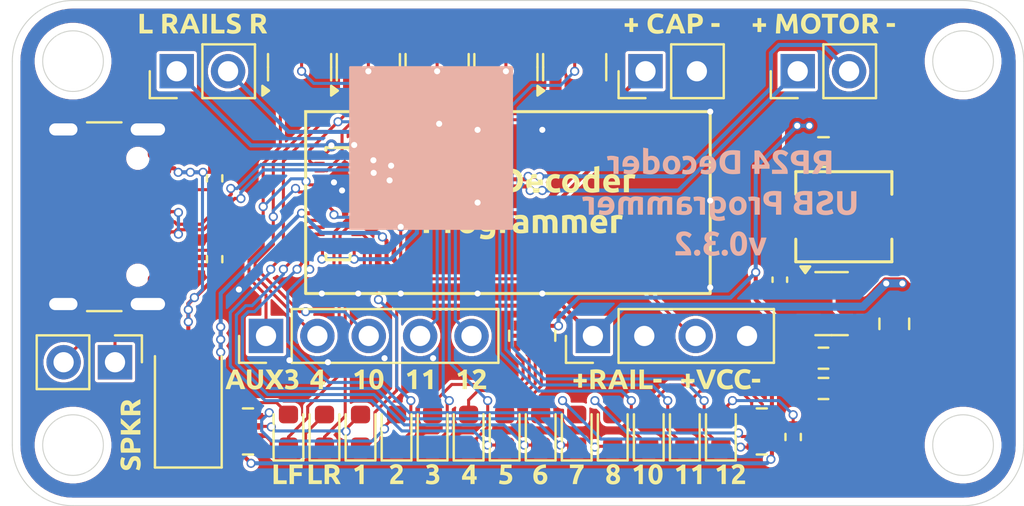
<source format=kicad_pcb>
(kicad_pcb (version 20241229) (generator "pcbnew") (generator_version "9.0")
  (title_block (date "2025-06-21") (rev "v0.3.2"))
  (layers (0 "F.Cu" signal) (2 "B.Cu" signal) (13 "F.Paste" user) (15 "B.Paste" user) (5 "F.SilkS" user "F.Silkscreen") (7 "B.SilkS" user "B.Silkscreen") (1 "F.Mask" user) (3 "B.Mask" user) (25 "Edge.Cuts" user))
  (net 0 "")
  (net 1 "VDC")
  (net 2 "+5V")
  (net 3 "/LAMP_FRONT")
  (net 4 "Net-(D2-A)")
  (net 5 "Net-(D3-A)")
  (net 6 "/LAMP_REAR")
  (net 7 "/AUX1")
  (net 8 "Net-(D4-A)")
  (net 9 "Net-(D5-A)")
  (net 10 "/AUX2")
  (net 11 "/AUX5")
  (net 12 "/AUX6")
  (net 13 "Net-(D7-A)")
  (net 14 "/AUX7")
  (net 15 "Net-(D8-A)")
  (net 16 "Net-(D9-A)")
  (net 17 "/AUX8")
  (net 18 "Net-(D12-A)")
  (net 19 "Net-(U1-BS)")
  (net 20 "/TRACK_LEFT")
  (net 21 "/TRACK_RIGHT")
  (net 22 "/D+")
  (net 23 "/D-")
  (net 24 "/AUX3")
  (net 25 "/MOTOR_B")
  (net 26 "GND")
  (net 27 "/MOTOR_A")
  (net 28 "VCC")
  (net 29 "/CAP+")
  (net 30 "/AUX10")
  (net 31 "/AUX12")
  (net 32 "/AUX11")
  (net 33 "/AUX4")
  (net 36 "Net-(P1-CC2)")
  (net 37 "Net-(P1-CC1)")
  (net 38 "Net-(D14-A)")
  (net 39 "Net-(D1-A)")
  (net 40 "Net-(D6-K)")
  (net 41 "Net-(D10-A)")
  (net 42 "Net-(D11-K)")
  (net 43 "Net-(D12-K)")
  (net 44 "Net-(D5-K)")
  (net 45 "Net-(D6-A)")
  (net 46 "Net-(D11-A)")
  (net 47 "VBUS")
  (net 48 "/SW")
  (net 49 "Net-(D14-K)")
  (net 50 "Net-(U1-FB)")
  (footprint "Connector_PinHeader_2.54mm:PinHeader_1x05_P2.54mm_Vertical" (layer "F.Cu") (at 138.04 116.1 90)
    (property "Reference" "J6" (hide yes))
    (property "Value" "AUX" (hide yes))
  )
  (footprint "LED_SMD:LED_0603_1608Metric" (layer "F.Cu") (at 156.96296 120.775 90)
    (property "Reference" "D11" (hide yes))
    (property "Value" "WHITE_LED" (hide yes))
  )
  (footprint "rp24-usb-tester:CONN-SMD_24P-P0.35_5050702422" (layer "F.Cu") (at 141.6 109.5 -90)
    (property "Reference" "J4" (hide yes))
    (property "Value" "505070-2422" (hide yes))
  )
  (footprint "Package_TO_SOT_SMD:SOT-23" (layer "F.Cu") (at 139.7 102.8 90)
    (property "Reference" "Q1" (hide yes))
    (property "Value" "SS8050" (hide yes))
  )
  (footprint "Connector_PinHeader_2.54mm:PinHeader_1x02_P2.54mm_Vertical" (layer "F.Cu") (at 133.625 103 90)
    (property "Reference" "J5" (hide yes))
    (property "Value" "RAILS" (hide yes))
  )
  (footprint "Connector_PinHeader_2.54mm:PinHeader_1x02_P2.54mm_Vertical" (layer "F.Cu") (at 164.325 103 90)
    (property "Reference" "J7" (hide yes))
    (property "Value" "MOTOR" (hide yes))
  )
  (footprint "LED_SMD:LED_0603_1608Metric" (layer "F.Cu") (at 148.05648 120.775 90)
    (property "Reference" "D6" (hide yes))
    (property "Value" "WHITE_LED" (hide yes))
  )
  (footprint "Resistor_SMD:R_0603_1608Metric" (layer "F.Cu") (at 165.6 117.2)
    (property "Reference" "R3" (hide yes))
    (property "Value" "110K" (hide yes))
  )
  (footprint "Resistor_SMD:R_Array_Concave_4x0402" (layer "F.Cu") (at 137.15 120.825)
    (property "Reference" "RN1" (hide yes))
    (property "Value" "220R" (hide yes))
  )
  (footprint "LED_SMD:LED_0603_1608Metric" (layer "F.Cu") (at 146.275184 120.775 90)
    (property "Reference" "D5" (hide yes))
    (property "Value" "WHITE_LED" (hide yes))
  )
  (footprint "LED_SMD:LED_0603_1608Metric" (layer "F.Cu") (at 158.744256 120.775 90)
    (property "Reference" "D12" (hide yes))
    (property "Value" "WHITE_LED" (hide yes))
  )
  (footprint "Diode_SMD:D_SMA" (layer "F.Cu") (at 134.2 119.1 90)
    (property "Reference" "D13" (hide yes))
    (property "Value" "SS34" (hide yes))
  )
  (footprint "Package_TO_SOT_SMD:SOT-23" (layer "F.Cu") (at 149.9 102.8 90)
    (property "Reference" "Q4" (hide yes))
    (property "Value" "SS8050" (hide yes))
  )
  (footprint "Resistor_SMD:R_0402_1005Metric" (layer "F.Cu") (at 135.5 112.3 90)
    (property "Reference" "R2" (hide yes))
    (property "Value" "5.1K" (hide yes))
  )
  (footprint "Package_TO_SOT_SMD:SOT-23" (layer "F.Cu") (at 143.1 102.8 90)
    (property "Reference" "Q2" (hide yes))
    (property "Value" "SS8050" (hide yes))
  )
  (footprint "Package_TO_SOT_SMD:SOT-23" (layer "F.Cu") (at 146.5 102.8 90)
    (property "Reference" "Q3" (hide yes))
    (property "Value" "SS8050" (hide yes))
  )
  (footprint "LED_SMD:LED_0603_1608Metric" (layer "F.Cu") (at 149.837776 120.775 90)
    (property "Reference" "D7" (hide yes))
    (property "Value" "WHITE_LED" (hide yes))
  )
  (footprint "LED_SMD:LED_0603_1608Metric" (layer "F.Cu") (at 139.15 120.775 90)
    (property "Reference" "D1" (hide yes))
    (property "Value" "WHITE_LED" (hide yes))
  )
  (footprint "Package_TO_SOT_SMD:SOT-23-6" (layer "F.Cu") (at 166 114.5)
    (property "Reference" "U1" (hide yes))
    (property "Value" "MT2492" (hide yes))
  )
  (footprint "LED_SMD:LED_0603_1608Metric" (layer "F.Cu") (at 144.493888 120.775 90)
    (property "Reference" "D4" (hide yes))
    (property "Value" "WHITE_LED" (hide yes))
  )
  (footprint "Capacitor_SMD:C_0805_2012Metric" (layer "F.Cu") (at 165.6 107)
    (property "Reference" "C3" (hide yes))
    (property "Value" "22uF" (hide yes))
  )
  (footprint "Resistor_SMD:R_0402_1005Metric" (layer "F.Cu") (at 135.5 108.3 90)
    (property "Reference" "R1" (hide yes))
    (property "Value" "5.1K" (hide yes))
  )
  (footprint "Connector_PinHeader_2.54mm:PinHeader_1x02_P2.54mm_Vertical" (layer "F.Cu") (at 130.575 117.4 -90)
    (property "Reference" "J1" (hide yes))
    (property "Value" "SPEAKER" (hide yes))
  )
  (footprint "Resistor_SMD:R_Array_Concave_4x0402" (layer "F.Cu") (at 162.55 120.825 180)
    (property "Reference" "RN3" (hide yes))
    (property "Value" "220R" (hide yes))
  )
  (footprint "Capacitor_SMD:C_0402_1005Metric" (layer "F.Cu") (at 163.441172 113.316153 90)
    (property "Reference" "C2" (hide yes))
    (property "Value" "22nF" (hide yes))
  )
  (footprint "LED_SMD:LED_0603_1608Metric" (layer "F.Cu") (at 140.931296 120.775 90)
    (property "Reference" "D2" (hide yes))
    (property "Value" "WHITE_LED" (hide yes))
  )
  (footprint "Connector_USB:USB_C_Receptacle_GCT_USB4105-xx-A_16P_TopMnt_Horizontal" (layer "F.Cu") (at 129.095 110.2 -90)
    (property "Reference" "P1" (hide yes))
    (property "Value" "USB_C_Receptacle_USB2.0_16P" (hide yes))
  )
  (footprint "LED_SMD:LED_0603_1608Metric" (layer "F.Cu") (at 142.712592 120.775 90)
    (property "Reference" "D3" (hide yes))
    (property "Value" "WHITE_LED" (hide yes))
  )
  (footprint "rp24-usb-tester:IND-SMD_L4.6-W4.2_SMMS0420" (layer "F.Cu") (at 166.6 110.2)
    (property "Reference" "L1" (hide yes))
    (property "Value" "22uH" (hide yes))
  )
  (footprint "Connector_PinHeader_2.54mm:PinHeader_1x02_P2.54mm_Vertical" (layer "F.Cu") (at 156.8 103 90)
    (property "Reference" "J3" (hide yes))
    (property "Value" "EXT_CAP" (hide yes))
  )
  (footprint "Package_TO_SOT_SMD:SOT-23" (layer "F.Cu") (at 153.3 102.8 90)
    (property "Reference" "Q5" (hide yes))
    (property "Value" "SS8050" (hide yes))
  )
  (footprint "LED_SMD:LED_0603_1608Metric" (layer "F.Cu") (at 160.525556 120.775 90)
    (property "Reference" "D14" (hide yes))
    (property "Value" "WHITE_LED" (hide yes))
  )
  (footprint "Resistor_SMD:R_0402_1005Metric" (layer "F.Cu") (at 164.1 121.1 90)
    (property "Reference" "R5" (hide yes))
    (property "Value" "100R" (hide yes))
  )
  (footprint "Resistor_SMD:R_Array_Concave_4x0402" (layer "F.Cu") (at 151.2 116.089478 -90)
    (property "Reference" "RN2" (hide yes))
    (property "Value" "220R" (hide yes))
  )
  (footprint "Capacitor_SMD:C_0805_2012Metric" (layer "F.Cu") (at 169.1 115.5 -90)
    (property "Reference" "C1" (hide yes))
    (property "Value" "22uF" (hide yes))
  )
  (footprint "LED_SMD:LED_0603_1608Metric" (layer "F.Cu") (at 151.619072 120.775 90)
    (property "Reference" "D8" (hide yes))
    (property "Value" "WHITE_LED" (hide yes))
  )
  (footprint "Resistor_SMD:R_0603_1608Metric" (layer "F.Cu") (at 165.6 118.7)
    (property "Reference" "R4" (hide yes))
    (property "Value" "15K" (hide yes))
  )
  (footprint "LED_SMD:LED_0603_1608Metric" (layer "F.Cu") (at 155.181664 120.775 90)
    (property "Reference" "D10" (hide yes))
    (property "Value" "WHITE_LED" (hide yes))
  )
  (footprint "LED_SMD:LED_0603_1608Metric" (layer "F.Cu") (at 153.400368 120.775 90)
    (property "Reference" "D9" (hide yes))
    (property "Value" "WHITE_LED" (hide yes))
  )
  (footprint "Connector_PinHeader_2.54mm:PinHeader_1x04_P2.54mm_Vertical" (layer "F.Cu") (at 154.2 116.1 90)
    (property "Reference" "J2" (hide yes))
    (property "Value" "POWER" (hide yes))
  )
  (gr_rect (start 140 105) (end 160 114) (stroke (width 0.15)) (fill no) (layer "F.SilkS"))
  (gr_rect (start 142.2 102.8) (end 150.2 110.8) (stroke (width 0.1)) (fill yes) (layer "B.SilkS"))
  (gr_arc (start 172.5 99.5) (mid 174.62132 100.37868) (end 175.5 102.5) (stroke (width 0.05)) (layer "Edge.Cuts"))
  (gr_line (start 175.5 102.5) (end 175.5 121.5) (stroke (width 0.05)) (layer "Edge.Cuts"))
  (gr_line (start 128.5 124.5) (end 172.5 124.5) (stroke (width 0.05)) (layer "Edge.Cuts"))
  (gr_arc (start 128.5 124.5) (mid 126.37868 123.62132) (end 125.5 121.5) (stroke (width 0.05)) (layer "Edge.Cuts"))
  (gr_circle (center 172.5 121.5) (end 174 121.5) (stroke (width 0.05)) (fill no) (layer "Edge.Cuts"))
  (gr_circle (center 172.5 102.5) (end 174 102.5) (stroke (width 0.05)) (fill no) (layer "Edge.Cuts"))
  (gr_line (start 125.5 102.5) (end 125.5 121.5) (stroke (width 0.05)) (layer "Edge.Cuts"))
  (gr_arc (start 125.5 102.5) (mid 126.37868 100.37868) (end 128.5 99.5) (stroke (width 0.05)) (layer "Edge.Cuts"))
  (gr_arc (start 175.5 121.5) (mid 174.62132 123.62132) (end 172.5 124.5) (stroke (width 0.05)) (layer "Edge.Cuts"))
  (gr_circle (center 128.5 102.5) (end 128.5 101) (stroke (width 0.05)) (fill no) (layer "Edge.Cuts"))
  (gr_line (start 172.5 99.5) (end 128.5 99.5) (stroke (width 0.05)) (layer "Edge.Cuts"))
  (gr_circle (center 128.5 121.5) (end 130 121.5) (stroke (width 0.05)) (fill no) (layer "Edge.Cuts"))
  (gr_text "+ CAP -" (at 158.1 101.3 0) (layer "F.SilkS") (effects (font (size 1 1) (thickness 0.2) (bold yes)) (justify bottom)))
  (gr_text "11" (at 159 123.6 0) (layer "F.SilkS") (effects (font (size 1 1) (thickness 0.2) (bold yes)) (justify bottom)))
  (gr_text "+VCC-" (at 160.5 118.9 0) (layer "F.SilkS") (effects (font (size 1 1) (thickness 0.2) (bold yes)) (justify bottom)))
  (gr_text "AUX3" (at 137.875 118.9 0) (layer "F.SilkS") (effects (font (size 1 1) (thickness 0.2) (bold yes)) (justify bottom)))
  (gr_text "LR" (at 140.9 123.6 0) (layer "F.SilkS") (effects (font (size 1 1) (thickness 0.2) (bold yes)) (justify bottom)))
  (gr_text "5" (at 149.9 123.6 0) (layer "F.SilkS") (effects (font (size 1 1) (thickness 0.2) (bold yes)) (justify bottom)))
  (gr_text "10" (at 156.9 123.6 0) (layer "F.SilkS") (effects (font (size 1 1) (thickness 0.2) (bold yes)) (justify bottom)))
  (gr_text "SPKR" (at 132 121 90) (layer "F.SilkS") (effects (font (size 1 1) (thickness 0.2) (bold yes)) (justify bottom)))
  (gr_text "8" (at 155.2 123.6 0) (layer "F.SilkS") (effects (font (size 1 1) (thickness 0.2) (bold yes)) (justify bottom)))
  (gr_text "RP24 Decoder\nProgrammer" (at 150.7 109.5 0) (layer "F.SilkS") (effects (font (size 1.2 1.2) (thickness 0.2) (bold yes))))
  (gr_text "LF" (at 139.1 123.6 0) (layer "F.SilkS") (effects (font (size 1 1) (thickness 0.2) (bold yes)) (justify bottom)))
  (gr_text "L RAILS R" (at 134.9 101.3 0) (layer "F.SilkS") (effects (font (size 1 1) (thickness 0.2) (bold yes)) (justify bottom)))
  (gr_text "6" (at 151.6 123.6 0) (layer "F.SilkS") (effects (font (size 1 1) (thickness 0.2) (bold yes)) (justify bottom)))
  (gr_text "12" (at 161 123.6 0) (layer "F.SilkS") (effects (font (size 1 1) (thickness 0.2) (bold yes)) (justify bottom)))
  (gr_text "7" (at 153.4 123.6 0) (layer "F.SilkS") (effects (font (size 1 1) (thickness 0.2) (bold yes)) (justify bottom)))
  (gr_text "+ MOTOR -" (at 165.6 101.3 0) (layer "F.SilkS") (effects (font (size 1 1) (thickness 0.2) (bold yes)) (justify bottom)))
  (gr_text "2" (at 144.5 123.6 0) (layer "F.SilkS") (effects (font (size 1 1) (thickness 0.2) (bold yes)) (justify bottom)))
  (gr_text "+RAIL-" (at 155.4 118.9 0) (layer "F.SilkS") (effects (font (size 1 1) (thickness 0.2) (bold yes)) (justify bottom)))
  (gr_text "4" (at 140.6 118.9 0) (layer "F.SilkS") (effects (font (size 1 1) (thickness 0.2) (bold yes)) (justify bottom)))
  (gr_text "3" (at 146.3 123.6 0) (layer "F.SilkS") (effects (font (size 1 1) (thickness 0.2) (bold yes)) (justify bottom)))
  (gr_text "10" (at 143.1 118.9 0) (layer "F.SilkS") (effects (font (size 1 1) (thickness 0.2) (bold yes)) (justify bottom)))
  (gr_text "1" (at 142.7 123.6 0) (layer "F.SilkS") (effects (font (size 1 1) (thickness 0.2) (bold yes)) (justify bottom)))
  (gr_text "11" (at 145.7 118.9 0) (layer "F.SilkS") (effects (font (size 1 1) (thickness 0.2) (bold yes)) (justify bottom)))
  (gr_text "12" (at 148.2 118.9 0) (layer "F.SilkS") (effects (font (size 1 1) (thickness 0.2) (bold yes)) (justify bottom)))
  (gr_text "4" (at 148.1 123.6 0) (layer "F.SilkS") (effects (font (size 1 1) (thickness 0.2) (bold yes)) (justify bottom)))
  (gr_text "RP24 Decoder\nUSB Programmer\n${REVISION}" (at 160.5 109.6 0) (layer "B.SilkS") (effects (font (size 1.2 1.2) (thickness 0.2) (bold yes)) (justify mirror)))
  (segment (start 135.8 116.9) (end 135.8 116.274997) (width 0.2) (layer "F.Cu") (net 1))
  (segment (start 144 112.5) (end 146.1 114.6) (width 0.2) (layer "F.Cu") (net 1))
  (segment (start 140.692 110.025) (end 139.8 110.025) (width 0.2) (layer "F.Cu") (net 1))
  (segment (start 143.8 111.2) (end 144 111.4) (width 0.2) (layer "F.Cu") (net 1))
  (segment (start 135.8 116.274997) (end 135.8 115.649994) (width 0.2) (layer "F.Cu") (net 1))
  (segment (start 134.2 121.1) (end 135.8 119.5) (width 0.2) (layer "F.Cu") (net 1))
  (segment (start 135.8 119.5) (end 135.8 116.9) (width 0.2) (layer "F.Cu") (net 1))
  (segment (start 167.1375 115.45) (end 167.1375 114.5) (width 0.15) (layer "F.Cu") (net 1))
  (segment (start 146.1 114.6) (end 152.7 114.6) (width 0.2) (layer "F.Cu") (net 1))
  (segment (start 144 111.4) (end 144 112.5) (width 0.2) (layer "F.Cu") (net 1))
  (segment (start 152.7 114.6) (end 154.2 116.1) (width 0.2) (layer "F.Cu") (net 1))
  (via (at 143.8 111.2) (size 0.45) (drill 0.3) (layers "F.Cu" "B.Cu") (net 1))
  (via (at 169.5 113.5) (size 0.45) (drill 0.3) (layers "F.Cu" "B.Cu") (net 1))
  (via (at 168.7 113.5) (size 0.45) (drill 0.3) (layers "F.Cu" "B.Cu") (net 1))
  (via (at 135.8 115.649994) (size 0.45) (drill 0.3) (layers "F.Cu" "B.Cu") (net 1))
  (via (at 135.8 116.9) (size 0.45) (drill 0.3) (layers "F.Cu" "B.Cu") (net 1))
  (via (at 139.8 110.025) (size 0.45) (drill 0.3) (layers "F.Cu" "B.Cu") (net 1))
  (via (at 135.8 116.274997) (size 0.45) (drill 0.3) (layers "F.Cu" "B.Cu") (net 1))
  (segment (start 143.6 111) (end 140.775 111) (width 0.2) (layer "B.Cu") (net 1))
  (segment (start 155.65 114.65) (end 154.2 116.1) (width 0.4) (layer "B.Cu") (net 1))
  (segment (start 168.7 113.5) (end 167.55 114.65) (width 0.4) (layer "B.Cu") (net 1))
  (segment (start 135.8 116.9) (end 135.8 115.649994) (width 0.2) (layer "B.Cu") (net 1))
  (segment (start 169.5 113.5) (end 168.7 113.5) (width 0.4) (layer "B.Cu") (net 1))
  (segment (start 167.55 114.65) (end 155.65 114.65) (width 0.4) (layer "B.Cu") (net 1))
  (segment (start 140.775 111) (end 139.8 110.025) (width 0.2) (layer "B.Cu") (net 1))
  (segment (start 135.8 113.992893) (end 139.767893 110.025) (width 0.2) (layer "B.Cu") (net 1))
  (segment (start 143.8 111.2) (end 143.6 111) (width 0.2) (layer "B.Cu") (net 1))
  (segment (start 139.767893 110.025) (end 139.8 110.025) (width 0.2) (layer "B.Cu") (net 1))
  (segment (start 135.8 115.649994) (end 135.8 113.992893) (width 0.2) (layer "B.Cu") (net 1))
  (segment (start 152.5 115.6) (end 151.960522 115.6) (width 0.2) (layer "F.Cu") (net 2))
  (segment (start 164.065 121.575) (end 164.1 121.61) (width 0.2) (layer "F.Cu") (net 2))
  (segment (start 163.35 117.2) (end 163.05 116.9) (width 0.15) (layer "F.Cu") (net 2))
  (segment (start 163 122.2) (end 163.05 122.15) (width 0.2) (layer "F.Cu") (net 2))
  (segment (start 164.775 117.2) (end 163.35 117.2) (width 0.15) (layer "F.Cu") (net 2))
  (segment (start 150.45 115.589478) (end 151.95 115.589478) (width 0.2) (layer "F.Cu") (net 2))
  (segment (start 162.25 114.310202) (end 163.05 115.110202) (width 0.2) (layer "F.Cu") (net 2))
  (segment (start 136.65 121.575) (end 136.65 120.075) (width 0.2) (layer "F.Cu") (net 2))
  (segment (start 163.05 116.9) (end 163.05 120.075) (width 0.2) (layer "F.Cu") (net 2))
  (segment (start 163.05 122.15) (end 163.05 121.575) (width 0.2) (layer "F.Cu") (net 2))
  (segment (start 136.65 121.575) (end 136.65 121.75) (width 0.2) (layer "F.Cu") (net 2))
  (segment (start 163.05 121.575) (end 163.05 120.075) (width 0.2) (layer "F.Cu") (net 2))
  (segment (start 163.05 115.110202) (end 163.05 116.9) (width 0.2) (layer "F.Cu") (net 2))
  (segment (start 162.25 112.95) (end 162.25 114.310202) (width 0.2) (layer "F.Cu") (net 2))
  (segment (start 136.65 121.75) (end 137.3 122.4) (width 0.2) (layer "F.Cu") (net 2))
  (segment (start 163.05 121.575) (end 164.065 121.575) (width 0.2) (layer "F.Cu") (net 2))
  (via (at 164.3 105.7) (size 0.45) (drill 0.3) (layers "F.Cu" "B.Cu") (net 2))
  (via (at 152.5 115.6) (size 0.45) (drill 0.3) (layers "F.Cu" "B.Cu") (net 2))
  (via (at 163 122.2) (size 0.45) (drill 0.3) (layers "F.Cu" "B.Cu") (net 2))
  (via (at 162.25 112.95) (size 0.45) (drill 0.3) (layers "F.Cu" "B.Cu") (net 2))
  (via (at 137.3 122.4) (size 0.45) (drill 0.3) (layers "F.Cu" "B.Cu") (net 2))
  (via (at 164.9 105.7) (size 0.45) (drill 0.3) (layers "F.Cu" "B.Cu") (net 2))
  (segment (start 162.8 122.4) (end 163 122.2) (width 0.2) (layer "B.Cu") (net 2))
  (segment (start 164.3 105.7) (end 164.9 105.7) (width 0.2) (layer "B.Cu") (net 2))
  (segment (start 152.5 115.2) (end 152.5 115.6) (width 0.2) (layer "B.Cu") (net 2))
  (segment (start 153.5 114.2) (end 152.5 115.2) (width 0.2) (layer "B.Cu") (net 2))
  (segment (start 162.25 107.75) (end 162.25 112.95) (width 0.2) (layer "B.Cu") (net 2))
  (segment (start 164.3 105.7) (end 162.25 107.75) (width 0.2) (layer "B.Cu") (net 2))
  (segment (start 162.25 112.95) (end 161 114.2) (width 0.2) (layer "B.Cu") (net 2))
  (segment (start 161 114.2) (end 153.5 114.2) (width 0.2) (layer "B.Cu") (net 2))
  (segment (start 137.3 122.4) (end 162.8 122.4) (width 0.2) (layer "B.Cu") (net 2))
  (segment (start 141.655 118.045) (end 140.1 119.6) (width 0.15) (layer "F.Cu") (net 3))
  (segment (start 141.4 110.975736) (end 141.4 112.724264) (width 0.15) (layer "F.Cu") (net 3))
  (segment (start 142.507 110.375) (end 142.000736 110.375) (width 0.15) (layer "F.Cu") (net 3))
  (segment (start 141.655 112.979264) (end 141.655 118.045) (width 0.15) (layer "F.Cu") (net 3))
  (segment (start 142.000736 110.375) (end 141.4 110.975736) (width 0.15) (layer "F.Cu") (net 3))
  (segment (start 139.15 121.096118) (end 139.15 121.5625) (width 0.15) (layer "F.Cu") (net 3))
  (segment (start 141.4 112.724264) (end 141.655 112.979264) (width 0.15) (layer "F.Cu") (net 3))
  (segment (start 140.1 120.146118) (end 139.15 121.096118) (width 0.15) (layer "F.Cu") (net 3))
  (segment (start 140.1 119.6) (end 140.1 120.146118) (width 0.15) (layer "F.Cu") (net 3))
  (segment (start 137.65 121.075) (end 138.05 121.075) (width 0.15) (layer "F.Cu") (net 4))
  (segment (start 138.625 122.225) (end 139.596118 122.225) (width 0.15) (layer "F.Cu") (net 4))
  (segment (start 138.3 121.325) (end 138.3 121.9) (width 0.15) (layer "F.Cu") (net 4))
  (segment (start 140 121.821118) (end 140 120.918796) (width 0.15) (layer "F.Cu") (net 4))
  (segment (start 138.05 121.075) (end 138.3 121.325) (width 0.15) (layer "F.Cu") (net 4))
  (segment (start 138.3 121.9) (end 138.625 122.225) (width 0.15) (layer "F.Cu") (net 4))
  (segment (start 140 120.918796) (end 140.931296 119.9875) (width 0.15) (layer "F.Cu") (net 4))
  (segment (start 139.596118 122.225) (end 140 121.821118) (width 0.15) (layer "F.Cu") (net 4))
  (segment (start 137.65 120.575) (end 138.275 120.575) (width 0.15) (layer "F.Cu") (net 5))
  (segment (start 142 120.700092) (end 142.712592 119.9875) (width 0.15) (layer "F.Cu") (net 5))
  (segment (start 138.275 120.575) (end 138.3 120.6) (width 0.15) (layer "F.Cu") (net 5))
  (segment (start 142 120.825) (end 142 120.700092) (width 0.15) (layer "F.Cu") (net 5))
  (via (at 138.3 120.6) (size 0.45) (drill 0.3) (layers "F.Cu" "B.Cu") (net 5))
  (via (at 142 120.825) (size 0.45) (drill 0.3) (layers "F.Cu" "B.Cu") (net 5))
  (segment (start 141.975 120.8) (end 138.5 120.8) (width 0.15) (layer "B.Cu") (net 5))
  (segment (start 142 120.825) (end 141.975 120.8) (width 0.15) (layer "B.Cu") (net 5))
  (segment (start 138.5 120.8) (end 138.3 120.6) (width 0.15) (layer "B.Cu") (net 5))
  (segment (start 140.931296 121.096118) (end 140.931296 121.5625) (width 0.15) (layer "F.Cu") (net 6))
  (segment (start 142.507 110.725) (end 142.075 110.725) (width 0.15) (layer "F.Cu") (net 6))
  (segment (start 141.7 111.1) (end 141.7 112.6) (width 0.15) (layer "F.Cu") (net 6))
  (segment (start 141.955 112.855) (end 141.955 120.072414) (width 0.15) (layer "F.Cu") (net 6))
  (segment (start 141.7 112.6) (end 141.955 112.855) (width 0.15) (layer "F.Cu") (net 6))
  (segment (start 142.075 110.725) (end 141.7 111.1) (width 0.15) (layer "F.Cu") (net 6))
  (segment (start 141.955 120.072414) (end 140.931296 121.096118) (width 0.15) (layer "F.Cu") (net 6))
  (segment (start 143.425 121.150092) (end 143.012592 121.5625) (width 0.15) (layer "F.Cu") (net 7))
  (segment (start 142.826623 111.075) (end 143.2 111.448377) (width 0.15) (layer "F.Cu") (net 7))
  (segment (start 143.425 119.875) (end 143.425 121.150092) (width 0.15) (layer "F.Cu") (net 7))
  (segment (start 144.5 114.528248) (end 144.5 118.8) (width 0.15) (layer "F.Cu") (net 7))
  (segment (start 143.2 111.448377) (end 143.2 113.228248) (width 0.15) (layer "F.Cu") (net 7))
  (segment (start 143.2 113.228248) (end 144.5 114.528248) (width 0.15) (layer "F.Cu") (net 7))
  (segment (start 142.507 111.075) (end 142.826623 111.075) (width 0.15) (layer "F.Cu") (net 7))
  (segment (start 144.5 118.8) (end 143.425 119.875) (width 0.15) (layer "F.Cu") (net 7))
  (segment (start 138.025 120.075) (end 138.2 119.9) (width 0.15) (layer "F.Cu") (net 8))
  (segment (start 143.9 120.7) (end 143.9 120.581388) (width 0.15) (layer "F.Cu") (net 8))
  (segment (start 143.9 120.581388) (end 144.493888 119.9875) (width 0.15) (layer "F.Cu") (net 8))
  (segment (start 137.65 120.075) (end 138.025 120.075) (width 0.15) (layer "F.Cu") (net 8))
  (via (at 138.2 119.9) (size 0.45) (drill 0.3) (layers "F.Cu" "B.Cu") (net 8))
  (via (at 143.9 120.7) (size 0.45) (drill 0.3) (layers "F.Cu" "B.Cu") (net 8))
  (segment (start 138.2 119.9) (end 137.825 120.275) (width 0.15) (layer "B.Cu") (net 8))
  (segment (start 138.328248 121.3) (end 143.3 121.3) (width 0.15) (layer "B.Cu") (net 8))
  (segment (start 143.3 121.3) (end 143.9 120.7) (width 0.15) (layer "B.Cu") (net 8))
  (segment (start 137.825 120.275) (end 137.825 120.796752) (width 0.15) (layer "B.Cu") (net 8))
  (segment (start 137.825 120.796752) (end 138.328248 121.3) (width 0.15) (layer "B.Cu") (net 8))
  (segment (start 147.228248 118.5) (end 150.451472 118.5) (width 0.15) (layer "F.Cu") (net 9))
  (segment (start 150.45 117.06) (end 150.45 116.589478) (width 0.15) (layer "F.Cu") (net 9))
  (segment (start 150.75 118.201472) (end 150.75 117.36) (width 0.15) (layer "F.Cu") (net 9))
  (segment (start 146.275184 119.453064) (end 147.228248 118.5) (width 0.15) (layer "F.Cu") (net 9))
  (segment (start 146.275184 119.9875) (end 146.275184 119.453064) (width 0.15) (layer "F.Cu") (net 9))
  (segment (start 150.75 117.36) (end 150.45 117.06) (width 0.15) (layer "F.Cu") (net 9))
  (segment (start 150.451472 118.5) (end 150.75 118.201472) (width 0.15) (layer "F.Cu") (net 9))
  (segment (start 145.2 120.856388) (end 144.493888 121.5625) (width 0.15) (layer "F.Cu") (net 10))
  (segment (start 143.6 114.052512) (end 142.9 113.352512) (width 0.15) (layer "F.Cu") (net 10))
  (segment (start 145.2 119.3) (end 145.2 120.856388) (width 0.15) (layer "F.Cu") (net 10))
  (segment (start 143.6 114.3) (end 143.6 114.052512) (width 0.15) (layer "F.Cu") (net 10))
  (segment (start 142.9 113.352512) (end 142.9 111.6) (width 0.15) (layer "F.Cu") (net 10))
  (segment (start 142.9 111.6) (end 142.725 111.425) (width 0.15) (layer "F.Cu") (net 10))
  (segment (start 142.725 111.425) (end 142.507 111.425) (width 0.15) (layer "F.Cu") (net 10))
  (via (at 143.6 114.3) (size 0.45) (drill 0.3) (layers "F.Cu" "B.Cu") (net 10))
  (via (at 145.2 119.3) (size 0.45) (drill 0.3) (layers "F.Cu" "B.Cu") (net 10))
  (segment (start 144.5 118.6) (end 144.5 115.2) (width 0.15) (layer "B.Cu") (net 10))
  (segment (start 144.5 115.2) (end 143.6 114.3) (width 0.15) (layer "B.Cu") (net 10))
  (segment (start 145.2 119.3) (end 144.5 118.6) (width 0.15) (layer "B.Cu") (net 10))
  (segment (start 138.274997 112.8) (end 138.274997 112.753251) (width 0.15) (layer "F.Cu") (net 11))
  (segment (start 138.274997 112.753251) (end 139.2 111.828248) (width 0.15) (layer "F.Cu") (net 11))
  (segment (start 140.121752 110.375) (end 140.692 110.375) (width 0.15) (layer "F.Cu") (net 11))
  (segment (start 139.2 111.296752) (end 140.121752 110.375) (width 0.15) (layer "F.Cu") (net 11))
  (segment (start 139.2 111.828248) (end 139.2 111.296752) (width 0.15) (layer "F.Cu") (net 11))
  (segment (start 149 121.5) (end 149.775276 121.5) (width 0.15) (layer "F.Cu") (net 11))
  (via (at 138.274997 112.8) (size 0.45) (drill 0.3) (layers "F.Cu" "B.Cu") (net 11))
  (via (at 149 121.5) (size 0.45) (drill 0.3) (layers "F.Cu" "B.Cu") (net 11))
  (segment (start 143.255456 119.3) (end 144.755456 120.8) (width 0.15) (layer "B.Cu") (net 11))
  (segment (start 138.274997 112.925003) (end 136.913234 114.286766) (width 0.15) (layer "B.Cu") (net 11))
  (segment (start 136.913234 114.3) (end 136.275 114.938234) (width 0.15) (layer "B.Cu") (net 11))
  (segment (start 138.274997 112.8) (end 138.274997 112.925003) (width 0.15) (layer "B.Cu") (net 11))
  (segment (start 144.755456 120.8) (end 148.3 120.8) (width 0.15) (layer "B.Cu") (net 11))
  (segment (start 136.275 117.575) (end 138 119.3) (width 0.15) (layer "B.Cu") (net 11))
  (segment (start 136.913234 114.286766) (end 136.913234 114.3) (width 0.15) (layer "B.Cu") (net 11))
  (segment (start 136.275 114.938234) (end 136.275 117.575) (width 0.15) (layer "B.Cu") (net 11))
  (segment (start 148.3 120.8) (end 149 121.5) (width 0.15) (layer "B.Cu") (net 11))
  (segment (start 138 119.3) (end 143.255456 119.3) (width 0.15) (layer "B.Cu") (net 11))
  (segment (start 140.196016 110.725) (end 140.692 110.725) (width 0.15) (layer "F.Cu") (net 12))
  (segment (start 139.5 111.421016) (end 140.196016 110.725) (width 0.15) (layer "F.Cu") (net 12))
  (segment (start 150.8 121.5) (end 151.556572 121.5) (width 0.15) (layer "F.Cu") (net 12))
  (segment (start 139.5 112.2) (end 139.5 111.421016) (width 0.15) (layer "F.Cu") (net 12))
  (segment (start 138.9 112.8) (end 139.5 112.2) (width 0.15) (layer "F.Cu") (net 12))
  (via (at 150.8 121.5) (size 0.45) (drill 0.3) (layers "F.Cu" "B.Cu") (net 12))
  (via (at 138.9 112.8) (size 0.45) (drill 0.3) (layers "F.Cu" "B.Cu") (net 12))
  (segment (start 150.8 121.5) (end 149.8 120.5) (width 0.15) (layer "B.Cu") (net 12))
  (segment (start 136.575 117.450736) (end 136.575 115.062498) (width 0.15) (layer "B.Cu") (net 12))
  (segment (start 137.347488 114.6) (end 138.9 113.047488) (width 0.15) (layer "B.Cu") (net 12))
  (segment (start 143.37972 119) (end 138.124264 119) (width 0.15) (layer "B.Cu") (net 12))
  (segment (start 138.9 113.047488) (end 138.9 112.8) (width 0.15) (layer "B.Cu") (net 12))
  (segment (start 138.124264 119) (end 136.575 117.450736) (width 0.15) (layer "B.Cu") (net 12))
  (segment (start 137.037498 114.6) (end 137.347488 114.6) (width 0.15) (layer "B.Cu") (net 12))
  (segment (start 149.8 120.5) (end 144.87972 120.5) (width 0.15) (layer "B.Cu") (net 12))
  (segment (start 136.575 115.062498) (end 137.037498 114.6) (width 0.15) (layer "B.Cu") (net 12))
  (segment (start 144.87972 120.5) (end 143.37972 119) (width 0.15) (layer "B.Cu") (net 12))
  (segment (start 149.837776 119.962224) (end 151.35 118.45) (width 0.15) (layer "F.Cu") (net 13))
  (segment (start 151.35 118.45) (end 151.35 117.134869) (width 0.15) (layer "F.Cu") (net 13))
  (segment (start 151.35 117.134869) (end 151.45 117.034869) (width 0.15) (layer "F.Cu") (net 13))
  (segment (start 151.45 117.034869) (end 151.45 116.589478) (width 0.15) (layer "F.Cu") (net 13))
  (segment (start 139.725 112.649997) (end 139.725 112.603248) (width 0.15) (layer "F.Cu") (net 14))
  (segment (start 140.325 111.075) (end 140.692 111.075) (width 0.15) (layer "F.Cu") (net 14))
  (segment (start 139.8 111.6) (end 140.325 111.075) (width 0.15) (layer "F.Cu") (net 14))
  (segment (start 152.6 121.5) (end 153.337868 121.5) (width 0.15) (layer "F.Cu") (net 14))
  (segment (start 139.574997 112.8) (end 139.725 112.649997) (width 0.15) (layer "F.Cu") (net 14))
  (segment (start 139.725 112.603248) (end 139.8 112.528248) (width 0.15) (layer "F.Cu") (net 14))
  (segment (start 139.8 112.528248) (end 139.8 111.6) (width 0.15) (layer "F.Cu") (net 14))
  (via (at 152.6 121.5) (size 0.45) (drill 0.3) (layers "F.Cu" "B.Cu") (net 14))
  (via (at 139.574997 112.8) (size 0.45) (drill 0.3) (layers "F.Cu" "B.Cu") (net 14))
  (segment (start 137.161762 114.9) (end 136.875 115.186762) (width 0.15) (layer "B.Cu") (net 14))
  (segment (start 139.574997 112.8) (end 139.571752 112.8) (width 0.15) (layer "B.Cu") (net 14))
  (segment (start 137.471752 114.9) (end 137.161762 114.9) (width 0.15) (layer "B.Cu") (net 14))
  (segment (start 143.503984 118.7) (end 145.003984 120.2) (width 0.15) (layer "B.Cu") (net 14))
  (segment (start 138.248528 118.7) (end 143.503984 118.7) (width 0.15) (layer "B.Cu") (net 14))
  (segment (start 136.875 115.186762) (end 136.875 117.326472) (width 0.15) (layer "B.Cu") (net 14))
  (segment (start 145.003984 120.2) (end 151.3 120.2) (width 0.15) (layer "B.Cu") (net 14))
  (segment (start 139.571752 112.8) (end 137.471752 114.9) (width 0.15) (layer "B.Cu") (net 14))
  (segment (start 136.875 117.326472) (end 138.248528 118.7) (width 0.15) (layer "B.Cu") (net 14))
  (segment (start 151.3 120.2) (end 152.6 121.5) (width 0.15) (layer "B.Cu") (net 14))
  (segment (start 151.75 117.15) (end 151.95 116.95) (width 0.15) (layer "F.Cu") (net 15))
  (segment (start 151.75 117.159133) (end 151.75 117.15) (width 0.15) (layer "F.Cu") (net 15))
  (segment (start 151.95 116.95) (end 151.95 116.589478) (width 0.15) (layer "F.Cu") (net 15))
  (segment (start 151.3 118.924264) (end 151.65 118.574264) (width 0.15) (layer "F.Cu") (net 15))
  (segment (start 151.65 118.574264) (end 151.65 117.259133) (width 0.15) (layer "F.Cu") (net 15))
  (segment (start 151.3 119.668428) (end 151.3 118.924264) (width 0.15) (layer "F.Cu") (net 15))
  (segment (start 151.65 117.259133) (end 151.75 117.159133) (width 0.15) (layer "F.Cu") (net 15))
  (segment (start 161.5 121.6) (end 162.025 121.6) (width 0.15) (layer "F.Cu") (net 16))
  (segment (start 153.3875 119.9875) (end 152.7 119.3) (width 0.15) (layer "F.Cu") (net 16))
  (via (at 161.5 121.6) (size 0.45) (drill 0.3) (layers "F.Cu" "B.Cu") (net 16))
  (via (at 152.7 119.3) (size 0.45) (drill 0.3) (layers "F.Cu" "B.Cu") (net 16))
  (segment (start 152.7 119.3) (end 154.6 121.2) (width 0.15) (layer "B.Cu") (net 16))
  (segment (start 154.6 121.2) (end 161.028248 121.2) (width 0.15) (layer "B.Cu") (net 16))
  (segment (start 161.028248 121.2) (end 161.428248 121.6) (width 0.15) (layer "B.Cu") (net 16))
  (segment (start 161.428248 121.6) (end 161.5 121.6) (width 0.15) (layer "B.Cu") (net 16))
  (segment (start 140.1 111.724264) (end 140.399264 111.425) (width 0.15) (layer "F.Cu") (net 17))
  (segment (start 140.2 112.8) (end 140.1 112.7) (width 0.15) (layer "F.Cu") (net 17))
  (segment (start 140.399264 111.425) (end 140.692 111.425) (width 0.15) (layer "F.Cu") (net 17))
  (segment (start 155.181664 121.5625) (end 154.3375 121.5625) (width 0.15) (layer "F.Cu") (net 17))
  (segment (start 140.1 112.7) (end 140.1 111.724264) (width 0.15) (layer "F.Cu") (net 17))
  (segment (start 154.3375 121.5625) (end 154.3 121.6) (width 0.15) (layer "F.Cu") (net 17))
  (via (at 140.2 112.8) (size 0.45) (drill 0.3) (layers "F.Cu" "B.Cu") (net 17))
  (via (at 154.3 121.6) (size 0.45) (drill 0.3) (layers "F.Cu" "B.Cu") (net 17))
  (segment (start 143.628248 118.4) (end 145.128248 119.9) (width 0.15) (layer "B.Cu") (net 17))
  (segment (start 139.115 113.931749) (end 139.115 116.365) (width 0.15) (layer "B.Cu") (net 17))
  (segment (start 141.15 118.4) (end 143.628248 118.4) (width 0.15) (layer "B.Cu") (net 17))
  (segment (start 152.6 119.9) (end 154.3 121.6) (width 0.15) (layer "B.Cu") (net 17))
  (segment (start 140.2 112.846749) (end 139.115 113.931749) (width 0.15) (layer "B.Cu") (net 17))
  (segment (start 145.128248 119.9) (end 152.6 119.9) (width 0.15) (layer "B.Cu") (net 17))
  (segment (start 139.115 116.365) (end 141.15 118.4) (width 0.15) (layer "B.Cu") (net 17))
  (segment (start 140.2 112.8) (end 140.2 112.846749) (width 0.15) (layer "B.Cu") (net 17))
  (segment (start 162.05 119.378248) (end 161.496752 118.825) (width 0.15) (layer "F.Cu") (net 18))
  (segment (start 159.503248 118.825) (end 158.744256 119.583992) (width 0.15) (layer "F.Cu") (net 18))
  (segment (start 158.744256 119.583992) (end 158.744256 119.9875) (width 0.15) (layer "F.Cu") (net 18))
  (segment (start 162.05 120.075) (end 162.05 119.378248) (width 0.15) (layer "F.Cu") (net 18))
  (segment (start 161.496752 118.825) (end 159.503248 118.825) (width 0.15) (layer "F.Cu") (net 18))
  (segment (start 163.441172 113.796153) (end 164.616347 113.796153) (width 0.15) (layer "F.Cu") (net 19))
  (segment (start 164.616347 113.796153) (end 164.8625 113.55) (width 0.15) (layer "F.Cu") (net 19))
  (segment (start 142.4 106.65) (end 142.368 106.682) (width 0.2) (layer "F.Cu") (net 20))
  (segment (start 142.368 106.682) (end 142.368 107.2) (width 0.2) (layer "F.Cu") (net 20))
  (segment (start 141.270982 106.670982) (end 141.270982 106.761018) (width 0.2) (layer "F.Cu") (net 20))
  (segment (start 141.270982 106.761018) (end 140.832 107.2) (width 0.2) (layer "F.Cu") (net 20))
  (via (at 141.270982 106.670982) (size 0.6) (drill 0.3) (layers "F.Cu" "B.Cu") (net 20))
  (via (at 142.4 106.65) (size 0.6) (drill 0.3) (layers "F.Cu" "B.Cu") (net 20))
  (segment (start 137.295982 106.670982) (end 141.270982 106.670982) (width 0.2) (layer "B.Cu") (net 20))
  (segment (start 142.4 106.65) (end 141.291964 106.65) (width 0.2) (layer "B.Cu") (net 20))
  (segment (start 141.291964 106.65) (end 141.270982 106.670982) (width 0.2) (layer "B.Cu") (net 20))
  (segment (start 133.625 103) (end 137.295982 106.670982) (width 0.2) (layer "B.Cu") (net 20))
  (segment (start 142.4 112.3) (end 142.4 111.832) (width 0.15) (layer "F.Cu") (net 21))
  (segment (start 140.832 111.8) (end 140.832 112.268) (width 0.15) (layer "F.Cu") (net 21))
  (segment (start 140.832 112.268) (end 140.8 112.3) (width 0.15) (layer "F.Cu") (net 21))
  (via (at 140.8 112.3) (size 0.45) (drill 0.3) (layers "F.Cu" "B.Cu") (net 21))
  (via (at 142.4 112.3) (size 0.45) (drill 0.3) (layers "F.Cu" "B.Cu") (net 21))
  (segment (start 140.8 112.3) (end 142.4 112.3) (width 0.2) (layer "B.Cu") (net 21))
  (segment (start 144.2 112.3) (end 142.6 112.3) (width 0.2) (layer "B.Cu") (net 21))
  (segment (start 139.165 106) (end 144 106) (width 0.2) (layer "B.Cu") (net 21))
  (segment (start 145.5 107.5) (end 145.5 111) (width 0.2) (layer "B.Cu") (net 21))
  (segment (start 142.4 112.3) (end 142.6 112.3) (width 0.15) (layer "B.Cu") (net 21))
  (segment (start 144 106) (end 145.5 107.5) (width 0.2) (layer "B.Cu") (net 21))
  (segment (start 145.5 111) (end 144.2 112.3) (width 0.2) (layer "B.Cu") (net 21))
  (segment (start 136.165 103) (end 139.165 106) (width 0.2) (layer "B.Cu") (net 21))
  (segment (start 136.8 109.3) (end 136.490919 109.3) (width 0.16) (layer "F.Cu") (net 22))
  (segment (start 142.870751 107.925) (end 142.507 107.925) (width 0.16) (layer "F.Cu") (net 22))
  (segment (start 130.575 117.4) (end 130.575 112.485001) (width 0.15) (layer "F.Cu") (net 22))
  (segment (start 142.910751 107.885) (end 142.870751 107.925) (width 0.16) (layer "F.Cu") (net 22))
  (segment (start 134.948755 110.842165) (end 133.632434 110.842165) (width 0.16) (layer "F.Cu") (net 22))
  (segment (start 136.490919 109.3) (end 134.948755 110.842165) (width 0.16) (layer "F.Cu") (net 22))
  (segment (start 143.218262 107.885) (end 142.910751 107.885) (width 0.16) (layer "F.Cu") (net 22))
  (segment (start 130.575 112.485001) (end 132.110001 110.95) (width 0.15) (layer "F.Cu") (net 22))
  (segment (start 132.775 109.95) (end 133.67 109.95) (width 0.16) (layer "F.Cu") (net 22))
  (segment (start 143.363262 108.03) (end 143.218262 107.885) (width 0.16) (layer "F.Cu") (net 22))
  (segment (start 132.110001 110.95) (end 132.775 110.95) (width 0.15) (layer "F.Cu") (net 22))
  (segment (start 133.632434 110.842165) (end 133.524599 110.95) (width 0.16) (layer "F.Cu") (net 22))
  (segment (start 133.67 109.95) (end 133.71 109.99) (width 0.16) (layer "F.Cu") (net 22))
  (segment (start 133.524599 110.95) (end 132.775 110.95) (width 0.16) (layer "F.Cu") (net 22))
  (via (at 133.71 111.06) (size 0.45) (drill 0.3) (layers "F.Cu" "B.Cu") (net 22))
  (via (at 136.8 109.3) (size 0.45) (drill 0.3) (layers "F.Cu" "B.Cu") (net 22))
  (via (at 133.71 109.99) (size 0.45) (drill 0.3) (layers "F.Cu" "B.Cu") (net 22))
  (via (at 143.363262 108.03) (size 0.45) (drill 0.3) (layers "F.Cu" "B.Cu") (net 22))
  (segment (start 136.8 109.3) (end 136.8 108.990919) (width 0.16) (layer "B.Cu") (net 22))
  (segment (start 137.905919 107.885) (end 143.218262 107.885) (width 0.16) (layer "B.Cu") (net 22))
  (segment (start 133.71 109.99) (end 133.71 111.06) (width 0.16) (layer "B.Cu") (net 22))
  (segment (start 136.8 108.990919) (end 137.905919 107.885) (width 0.16) (layer "B.Cu") (net 22))
  (segment (start 143.218262 107.885) (end 143.363262 108.03) (width 0.16) (layer "B.Cu") (net 22))
  (segment (start 132.015 110.675226) (end 132.330226 110.36) (width 0.15) (layer "F.Cu") (net 23))
  (segment (start 143.309278 107.405161) (end 143.099439 107.615) (width 0.16) (layer "F.Cu") (net 23))
  (segment (start 143.099439 107.615) (end 142.910751 107.615) (width 0.16) (layer "F.Cu") (net 23))
  (segment (start 143.348975 107.405161) (end 143.309278 107.405161) (width 0.16) (layer "F.Cu") (net 23))
  (segment (start 133.632434 110.572165) (end 133.510269 110.45) (width 0.16) (layer "F.Cu") (net 23))
  (segment (start 133.510269 110.45) (end 132.775 110.45) (width 0.16) (layer "F.Cu") (net 23))
  (segment (start 136.3 108.8) (end 136.31799 108.81799) (width 0.16) (layer "F.Cu") (net 23))
  (segment (start 128.035 117.4) (end 128.035 117.3) (width 0.15) (layer "F.Cu") (net 23))
  (segment (start 136.31799 109.091091) (end 134.836915 110.572165) (width 0.16) (layer "F.Cu") (net 23))
  (segment (start 132.200001 109.45) (end 132.015 109.635001) (width 0.15) (layer "F.Cu") (net 23))
  (segment (start 130.315 115.02) (end 130.315 112.377305) (width 0.15) (layer "F.Cu") (net 23))
  (segment (start 134.836915 110.572165) (end 133.632434 110.572165) (width 0.16) (layer "F.Cu") (net 23))
  (segment (start 132.26 110.45) (end 132.775 110.45) (width 0.15) (layer "F.Cu") (net 23))
  (segment (start 132.775 109.45) (end 132.200001 109.45) (width 0.15) (layer "F.Cu") (net 23))
  (segment (start 132.015 109.635001) (end 132.015 110.205) (width 0.15) (layer "F.Cu") (net 23))
  (segment (start 128.035 117.3) (end 130.315 115.02) (width 0.15) (layer "F.Cu") (net 23))
  (segment (start 132.015 110.205) (end 132.26 110.45) (width 0.15) (layer "F.Cu") (net 23))
  (segment (start 132.015 110.677305) (end 132.015 110.675226) (width 0.15) (layer "F.Cu") (net 23))
  (segment (start 142.910751 107.615) (end 142.870751 107.575) (width 0.16) (layer "F.Cu") (net 23))
  (segment (start 142.870751 107.575) (end 142.507 107.575) (width 0.16) (layer "F.Cu") (net 23))
  (segment (start 136.31799 108.81799) (end 136.31799 109.091091) (width 0.16) (layer "F.Cu") (net 23))
  (segment (start 130.315 112.377305) (end 132.015 110.677305) (width 0.15) (layer "F.Cu") (net 23))
  (via (at 136.3 108.8) (size 0.45) (drill 0.3) (layers "F.Cu" "B.Cu") (net 23))
  (via (at 143.348975 107.405161) (size 0.45) (drill 0.3) (layers "F.Cu" "B.Cu") (net 23))
  (segment (start 143.099439 107.615) (end 143.309278 107.405161) (width 0.16) (layer "B.Cu") (net 23))
  (segment (start 143.348975 107.405161) (end 143.309278 107.405161) (width 0.16) (layer "B.Cu") (net 23))
  (segment (start 136.3 108.8) (end 136.609081 108.8) (width 0.16) (layer "B.Cu") (net 23))
  (segment (start 136.609081 108.8) (end 137.79408 107.615) (width 0.16) (layer "B.Cu") (net 23))
  (segment (start 137.79408 107.615) (end 143.099439 107.615) (width 0.16) (layer "B.Cu") (net 23))
  (segment (start 137.9 109.7) (end 137.9 107.575736) (width 0.15) (layer "F.Cu") (net 24))
  (segment (start 138.04 114.085283) (end 138.04 116.1) (width 0.15) (layer "F.Cu") (net 24))
  (segment (start 137.9 109.7) (end 137.9 111.654717) (width 0.15) (layer "F.Cu") (net 24))
  (segment (start 137.199997 113.24528) (end 138.04 114.085283) (width 0.15) (layer "F.Cu") (net 24))
  (segment (start 137.9 107.575736) (end 138.75 106.725736) (width 0.15) (layer "F.Cu") (net 24))
  (segment (start 138.75 106.725736) (end 138.75 103.7375) (width 0.15) (layer "F.Cu") (net 24))
  (segment (start 140.020033 108.453311) (end 140.191722 108.625) (width 0.15) (layer "F.Cu") (net 24))
  (segment (start 137.9 111.654717) (end 137.199997 112.35472) (width 0.15) (layer "F.Cu") (net 24))
  (segment (start 140.191722 108.625) (end 140.692 108.625) (width 0.15) (layer "F.Cu") (net 24))
  (segment (start 137.199997 112.35472) (end 137.199997 113.24528) (width 0.15) (layer "F.Cu") (net 24))
  (via (at 140.020033 108.453311) (size 0.45) (drill 0.3) (layers "F.Cu" "B.Cu") (net 24))
  (via (at 137.9 109.7) (size 0.45) (drill 0.3) (layers "F.Cu" "B.Cu") (net 24))
  (segment (start 139.275 108.325) (end 139.891722 108.325) (width 0.15) (layer "B.Cu") (net 24))
  (segment (start 137.9 109.7) (end 139.275 108.325) (width 0.15) (layer "B.Cu") (net 24))
  (segment (start 139.891722 108.325) (end 140.020033 108.453311) (width 0.15) (layer "B.Cu") (net 24))
  (segment (start 146.178248 108.35) (end 150.85 108.35) (width 0.2) (layer "F.Cu") (net 25))
  (segment (start 151 108.2) (end 151.016786 108.216786) (width 0.15) (layer "F.Cu") (net 25))
  (segment (start 142.507 108.975) (end 145.553248 108.975) (width 0.2) (layer "F.Cu") (net 25))
  (segment (start 151.016786 108.216786) (end 151.566661 108.216786) (width 0.2) (layer "F.Cu") (net 25))
  (segment (start 142.507 108.625) (end 142.507 108.975) (width 0.2) (layer "F.Cu") (net 25))
  (segment (start 145.553248 108.975) (end 146.178248 108.35) (width 0.2) (layer "F.Cu") (net 25))
  (segment (start 150.85 108.35) (end 151 108.2) (width 0.2) (layer "F.Cu") (net 25))
  (via (at 151 108.2) (size 0.45) (drill 0.3) (layers "F.Cu" "B.Cu") (net 25))
  (via (at 151.566661 108.216786) (size 0.45) (drill 0.3) (layers "F.Cu" "B.Cu") (net 25))
  (segment (start 163 102.1) (end 163.4 101.7) (width 0.2) (layer "B.Cu") (net 25))
  (segment (start 165.565 101.7) (end 166.865 103) (width 0.2) (layer "B.Cu") (net 25))
  (segment (start 158.630026 108.2) (end 163 103.830026) (width 0.2) (layer "B.Cu") (net 25))
  (segment (start 163 103.830026) (end 163 102.1) (width 0.2) (layer "B.Cu") (net 25))
  (segment (start 163.4 101.7) (end 165.565 101.7) (width 0.2) (layer "B.Cu") (net 25))
  (segment (start 151 108.2) (end 158.630026 108.2) (width 0.2) (layer "B.Cu") (net 25))
  (segment (start 140.692 108.275) (end 141.5 108.275) (width 0.2) (layer "F.Cu") (net 26))
  (segment (start 141.5 108.275) (end 141.5 108.4) (width 0.2) (layer "F.Cu") (net 26))
  (segment (start 144.15 107.75) (end 144.15 108.4) (width 0.2) (layer "F.Cu") (net 26))
  (segment (start 144.15 108.4) (end 143.925 108.625) (width 0.2) (layer "F.Cu") (net 26))
  (segment (start 141.5 108.275) (end 142 108.275) (width 0.2) (layer "F.Cu") (net 26))
  (segment (start 143.925 108.625) (end 143.2125 108.625) (width 0.2) (layer "F.Cu") (net 26))
  (segment (start 141.5 108.4) (end 141.4 108.5) (width 0.2) (layer "F.Cu") (net 26))
  (segment (start 142 108.275) (end 142 108.7) (width 0.2) (layer "F.Cu") (net 26))
  (segment (start 142.8625 108.275) (end 142 108.275) (width 0.2) (layer "F.Cu") (net 26))
  (segment (start 142 108.7) (end 141.8 108.9) (width 0.2) (layer "F.Cu") (net 26))
  (segment (start 144.225 107.675) (end 144.15 107.75) (width 0.2) (layer "F.Cu") (net 26))
  (segment (start 143.2125 108.625) (end 142.8625 108.275) (width 0.2) (layer "F.Cu") (net 26))
  (via (at 160 109.4) (size 0.45) (drill 0.3) (layers "F.Cu" "B.Cu") (net 26))
  (via (at 148.5 105.9) (size 0.45) (drill 0.3) (layers "F.Cu" "B.Cu") (net 26))
  (via (at 136.7 113.8) (size 0.45) (drill 0.3) (layers "F.Cu" "B.Cu") (net 26))
  (via (at 144.15 108.4) (size 0.45) (drill 0.3) (layers "F.Cu" "B.Cu") (net 26))
  (via (at 151.7 105.9) (size 0.45) (drill 0.3) (layers "F.Cu" "B.Cu") (net 26))
  (via (at 148.5 109.5) (size 0.45) (drill 0.3) (layers "F.Cu" "B.Cu") (net 26))
  (via (at 141.1 117.4) (size 0.45) (drill 0.3) (layers "F.Cu" "B.Cu") (net 26))
  (via (at 144.225 107.675) (size 0.45) (drill 0.3) (layers "F.Cu" "B.Cu") (net 26))
  (via (at 139.2 117.3) (size 0.45) (drill 0.3) (layers "F.Cu" "B.Cu") (net 26))
  (via (at 141.4 108.5) (size 0.45) (drill 0.3) (layers "F.Cu" "B.Cu") (net 26))
  (via (at 143.9 117.2) (size 0.45) (drill 0.3) (layers "F.Cu" "B.Cu") (net 26))
  (via (at 146.3 117.2) (size 0.45) (drill 0.3) (layers "F.Cu" "B.Cu") (net 26))
  (via (at 144.7 114) (size 0.45) (drill 0.3) (layers "F.Cu" "B.Cu") (net 26))
  (via (at 140.8 114) (size 0.45) (drill 0.3) (layers "F.Cu" "B.Cu") (net 26))
  (via (at 142.6 114) (size 0.45) (drill 0.3) (layers "F.Cu" "B.Cu") (net 26))
  (via (at 148.5 114) (size 0.45) (drill 0.3) (layers "F.Cu" "B.Cu") (net 26))
  (via (at 151.7 114) (size 0.45) (drill 0.3) (layers "F.Cu" "B.Cu") (net 26))
  (via (at 160 105) (size 0.45) (drill 0.3) (layers "F.Cu" "B.Cu") (net 26))
  (via (at 141.8 108.9) (size 0.45) (drill 0.3) (layers "F.Cu" "B.Cu") (net 26))
  (via (at 160 113.7) (size 0.45) (drill 0.3) (layers "F.Cu" "B.Cu") (net 26))
  (segment (start 145.698222 109.325) (end 146.323222 108.7) (width 0.2) (layer "F.Cu") (net 27))
  (segment (start 146.323222 108.7) (end 150.9 108.7) (width 0.2) (layer "F.Cu") (net 27))
  (segment (start 151.7 108.9) (end 151.1 108.9) (width 0.2) (layer "F.Cu") (net 27))
  (segment (start 142.507 109.325) (end 145.698222 109.325) (width 0.2) (layer "F.Cu") (net 27))
  (segment (start 142.507 109.675) (end 142.507 109.325) (width 0.2) (layer "F.Cu") (net 27))
  (segment (start 150.9 108.7) (end 151.1 108.9) (width 0.2) (layer "F.Cu") (net 27))
  (via (at 151.1 108.9) (size 0.45) (drill 0.3) (layers "F.Cu" "B.Cu") (net 27))
  (via (at 151.7 108.9) (size 0.45) (drill 0.3) (layers "F.Cu" "B.Cu") (net 27))
  (segment (start 164.1 103) (end 164.3 103) (width 0.2) (layer "B.Cu") (net 27))
  (segment (start 151.1 108.9) (end 158.425 108.9) (width 0.2) (layer "B.Cu") (net 27))
  (segment (start 158.425 108.9) (end 164.325 103) (width 0.2) (layer "B.Cu") (net 27))
  (segment (start 145.778245 113.275) (end 156.255 113.275) (width 0.15) (layer "F.Cu") (net 28))
  (segment (start 144.7 110.7) (end 144.7 112.196755) (width 0.15) (layer "F.Cu") (net 28))
  (segment (start 141.4 109.9505) (end 141.1245 109.675) (width 0.15) (layer "F.Cu") (net 28))
  (segment (start 141.1245 109.675) (end 140.692 109.675) (width 0.15) (layer "F.Cu") (net 28))
  (segment (start 141.4 110.1) (end 141.4 109.9505) (width 0.15) (layer "F.Cu") (net 28))
  (segment (start 156.255 113.275) (end 159.08 116.1) (width 0.15) (layer "F.Cu") (net 28))
  (segment (start 144.7 112.196755) (end 145.778245 113.275) (width 0.15) (layer "F.Cu") (net 28))
  (via (at 141.4 110.1) (size 0.45) (drill 0.3) (layers "F.Cu" "B.Cu") (net 28))
  (via (at 144.7 110.7) (size 0.45) (drill 0.3) (layers "F.Cu" "B.Cu") (net 28))
  (segment (start 144.7 110.7) (end 144.225 110.225) (width 0.15) (layer "B.Cu") (net 28))
  (segment (start 141.525 110.225) (end 141.4 110.1) (width 0.15) (layer "B.Cu") (net 28))
  (segment (start 144.225 110.225) (end 141.525 110.225) (width 0.15) (layer "B.Cu") (net 28))
  (segment (start 155.1 104.7) (end 156.8 103) (width 0.2) (layer "F.Cu") (net 29))
  (segment (start 155.1 106.807107) (end 155.1 104.7) (width 0.2) (layer "F.Cu") (net 29))
  (segment (start 142.507 110.025) (end 151.882107 110.025) (width 0.2) (layer "F.Cu") (net 29))
  (segment (start 151.882107 110.025) (end 155.1 106.807107) (width 0.2) (layer "F.Cu") (net 29))
  (segment (start 140.692 109.325) (end 139.775 109.325) (width 0.15) (layer "F.Cu") (net 30))
  (segment (start 138.078245 112.325) (end 138.278984 112.325) (width 0.15) (layer "F.Cu") (net 30))
  (segment (start 137.799997 112.603248) (end 138.078245 112.325) (width 0.15) (layer "F.Cu") (net 30))
  (segment (start 138.9 111.703984) (end 138.9 107.450972) (width 0.15) (layer "F.Cu") (net 30))
  (segment (start 138.278984 112.325) (end 138.9 111.703984) (width 0.15) (layer "F.Cu") (net 30))
  (segment (start 139.775 109.325) (end 138.9 110.2) (width 0.15) (layer "F.Cu") (net 30))
  (segment (start 144.4875 104.8) (end 145.55 103.7375) (width 0.15) (layer "F.Cu") (net 30))
  (segment (start 140 114.9) (end 139.703245 114.9) (width 0.15) (layer "F.Cu") (net 30))
  (segment (start 138.9 107.450972) (end 141.550972 104.8) (width 0.15) (layer "F.Cu") (net 30))
  (segment (start 137.799997 112.996752) (end 137.799997 112.603248) (width 0.15) (layer "F.Cu") (net 30))
  (segment (start 139.703245 114.9) (end 137.799997 112.996752) (width 0.15) (layer "F.Cu") (net 30))
  (segment (start 141.550972 104.8) (end 144.4875 104.8) (width 0.15) (layer "F.Cu") (net 30))
  (via (at 140 114.9) (size 0.45) (drill 0.3) (layers "F.Cu" "B.Cu") (net 30))
  (segment (start 140 114.9) (end 141.92 114.9) (width 0.15) (layer "B.Cu") (net 30))
  (segment (start 141.92 114.9) (end 143.12 116.1) (width 0.15) (layer "B.Cu") (net 30))
  (segment (start 140.69 107.92) (end 141.05 107.92) (width 0.15) (layer "F.Cu") (net 31))
  (segment (start 146.4 105.4) (end 146.6 105.6) (width 0.15) (layer "F.Cu") (net 31))
  (segment (start 142.4 105.4) (end 146.4 105.4) (width 0.15) (layer "F.Cu") (net 31))
  (segment (start 141.05 107.92) (end 141.8 107.17) (width 0.15) (layer "F.Cu") (net 31))
  (segment (start 141.8 107.17) (end 141.8 106) (width 0.15) (layer "F.Cu") (net 31))
  (segment (start 146.6 105.6) (end 146.8 105.4) (width 0.15) (layer "F.Cu") (net 31))
  (segment (start 146.8 105.4) (end 150.6875 105.4) (width 0.15) (layer "F.Cu") (net 31))
  (segment (start 150.6875 105.4) (end 152.35 103.7375) (width 0.15) (layer "F.Cu") (net 31))
  (segment (start 141.8 106) (end 142.4 105.4) (width 0.15) (layer "F.Cu") (net 31))
  (via (at 146.6 105.6) (size 0.45) (drill 0.3) (layers "F.Cu" "B.Cu") (net 31))
  (segment (start 147.4 106.675736) (end 147.4 115.3) (width 0.15) (layer "B.Cu") (net 31))
  (segment (start 146.6 105.875736) (end 147.4 106.675736) (width 0.15) (layer "B.Cu") (net 31))
  (segment (start 147.4 115.3) (end 148.2 116.1) (width 0.15) (layer "B.Cu") (net 31))
  (segment (start 146.6 105.6) (end 146.6 105.875736) (width 0.15) (layer "B.Cu") (net 31))
  (segment (start 140.325 107.575) (end 140.692 107.575) (width 0.15) (layer "F.Cu") (net 32))
  (segment (start 147.5875 105.1) (end 148.95 103.7375) (width 0.15) (layer "F.Cu") (net 32))
  (segment (start 141.6 105.5) (end 140.2 106.9) (width 0.15) (layer "F.Cu") (net 32))
  (segment (start 142 105.1) (end 147.5875 105.1) (width 0.15) (layer "F.Cu") (net 32))
  (segment (start 140.2 106.9) (end 140.2 107.45) (width 0.15) (layer "F.Cu") (net 32))
  (segment (start 140.2 107.45) (end 140.325 107.575) (width 0.15) (layer "F.Cu") (net 32))
  (segment (start 141.6 105.5) (end 142 105.1) (width 0.15) (layer "F.Cu") (net 32))
  (via (at 141.6 105.5) (size 0.45) (drill 0.3) (layers "F.Cu" "B.Cu") (net 32))
  (segment (start 144.951472 105.5) (end 146.5 107.048528) (width 0.15) (layer "B.Cu") (net 32))
  (segment (start 146.5 107.048528) (end 146.5 115.26) (width 0.15) (layer "B.Cu") (net 32))
  (segment (start 141.6 105.5) (end 144.951472 105.5) (width 0.15) (layer "B.Cu") (net 32))
  (segment (start 146.5 115.26) (end 145.66 116.1) (width 0.15) (layer "B.Cu") (net 32))
  (segment (start 139.5 108.8) (end 139.675 108.975) (width 0.15) (layer "F.Cu") (net 33))
  (segment (start 142.15 103.75) (end 142.15 103.7375) (width 0.15) (layer "F.Cu") (net 33))
  (segment (start 138.4 110.2) (end 138.4 111.578981) (width 0.15) (layer "F.Cu") (net 33))
  (segment (start 138.4 111.578981) (end 137.499997 112.478984) (width 0.15) (layer "F.Cu") (net 33))
  (segment (start 137.499997 112.478984) (end 137.499997 113.121016) (width 0.15) (layer "F.Cu") (net 33))
  (segment (start 137.499997 113.121016) (end 140.478981 116.1) (width 0.15) (layer "F.Cu") (net 33))
  (segment (start 138.4 107.5) (end 142.15 103.75) (width 0.15) (layer "F.Cu") (net 33))
  (segment (start 138.4 110.2) (end 138.4 107.5) (width 0.15) (layer "F.Cu") (net 33))
  (segment (start 139.675 108.975) (end 140.692 108.975) (width 0.15) (layer "F.Cu") (net 33))
  (via (at 138.4 110.2) (size 0.45) (drill 0.3) (layers "F.Cu" "B.Cu") (net 33))
  (via (at 139.5 108.8) (size 0.45) (drill 0.3) (layers "F.Cu" "B.Cu") (net 33))
  (segment (start 138.4 110.2) (end 138.4 109.9) (width 0.15) (layer "B.Cu") (net 33))
  (segment (start 138.4 109.9) (end 139.5 108.8) (width 0.15) (layer "B.Cu") (net 33))
  (segment (start 132.775 111.95) (end 132.865 111.86) (width 0.15) (layer "F.Cu") (net 36))
  (segment (start 132.865 111.86) (end 135.215 111.86) (width 0.15) (layer "F.Cu") (net 36))
  (segment (start 132.775 108.95) (end 132.865 108.86) (width 0.15) (layer "F.Cu") (net 37))
  (segment (start 132.865 108.86) (end 135.265 108.86) (width 0.15) (layer "F.Cu") (net 37))
  (segment (start 160.525556 119.874444) (end 161.1 119.3) (width 0.15) (layer "F.Cu") (net 38))
  (segment (start 164.1 120) (end 164.1 120.59) (width 0.15) (layer "F.Cu") (net 38))
  (via (at 164.1 120) (size 0.45) (drill 0.3) (layers "F.Cu" "B.Cu") (net 38))
  (via (at 161.1 119.3) (size 0.45) (drill 0.3) (layers "F.Cu" "B.Cu") (net 38))
  (segment (start 163.4 119.3) (end 164.1 120) (width 0.15) (layer "B.Cu") (net 38))
  (segment (start 161.1 119.3) (end 163.4 119.3) (width 0.15) (layer "B.Cu") (net 38))
  (segment (start 137.175 121.46) (end 137.175 119.69) (width 0.15) (layer "F.Cu") (net 39))
  (segment (start 138.5625 119.4) (end 138.937868 119.775368) (width 0.15) (layer "F.Cu") (net 39))
  (segment (start 137.465 119.4) (end 138.5625 119.4) (width 0.15) (layer "F.Cu") (net 39))
  (segment (start 137.175 119.69) (end 137.465 119.4) (width 0.15) (layer "F.Cu") (net 39))
  (segment (start 137.65 121.575) (end 137.29 121.575) (width 0.15) (layer "F.Cu") (net 39))
  (segment (start 137.29 121.575) (end 137.175 121.46) (width 0.15) (layer "F.Cu") (net 39))
  (segment (start 149 119.3) (end 149 120.61898) (width 0.15) (layer "F.Cu") (net 40))
  (segment (start 143.1 103) (end 143.1 101.8625) (width 0.15) (layer "F.Cu") (net 40))
  (segment (start 149 120.61898) (end 148.268612 121.350368) (width 0.15) (layer "F.Cu") (net 40))
  (via (at 149 119.3) (size 0.45) (drill 0.3) (layers "F.Cu" "B.Cu") (net 40))
  (via (at 143.1 103) (size 0.45) (drill 0.3) (layers "F.Cu" "B.Cu") (net 40))
  (segment (start 143.3 103) (end 147.1 106.8) (width 0.15) (layer "B.Cu") (net 40))
  (segment (start 147.1 117.4) (end 149 119.3) (width 0.15) (layer "B.Cu") (net 40))
  (segment (start 147.1 106.8) (end 147.1 117.4) (width 0.15) (layer "B.Cu") (net 40))
  (segment (start 143.1 103) (end 143.3 103) (width 0.15) (layer "B.Cu") (net 40))
  (segment (start 161.575 121.075) (end 162.05 121.075) (width 0.15) (layer "F.Cu") (net 41))
  (segment (start 161.4 120.9) (end 161.575 121.075) (width 0.15) (layer "F.Cu") (net 41))
  (segment (start 154.9875 119.9875) (end 154.3 119.3) (width 0.15) (layer "F.Cu") (net 41))
  (via (at 154.3 119.3) (size 0.45) (drill 0.3) (layers "F.Cu" "B.Cu") (net 41))
  (via (at 161.4 120.9) (size 0.45) (drill 0.3) (layers "F.Cu" "B.Cu") (net 41))
  (segment (start 155.9 120.9) (end 154.3 119.3) (width 0.15) (layer "B.Cu") (net 41))
  (segment (start 161.4 120.9) (end 155.9 120.9) (width 0.15) (layer "B.Cu") (net 41))
  (segment (start 156.1 119.3) (end 156.1 120.69954) (width 0.15) (layer "F.Cu") (net 42))
  (segment (start 146.5 103) (end 146.5 101.8625) (width 0.15) (layer "F.Cu") (net 42))
  (segment (start 156.1 120.69954) (end 156.96296 121.5625) (width 0.15) (layer "F.Cu") (net 42))
  (via (at 146.5 103) (size 0.45) (drill 0.3) (layers "F.Cu" "B.Cu") (net 42))
  (via (at 156.1 119.3) (size 0.45) (drill 0.3) (layers "F.Cu" "B.Cu") (net 42))
  (segment (start 149.6 116.9) (end 151.525 118.825) (width 0.15) (layer "B.Cu") (net 42))
  (segment (start 148.6 103.7) (end 149.6 104.7) (width 0.15) (layer "B.Cu") (net 42))
  (segment (start 149.6 104.7) (end 149.6 116.9) (width 0.15) (layer "B.Cu") (net 42))
  (segment (start 155.625 118.825) (end 156.1 119.3) (width 0.15) (layer "B.Cu") (net 42))
  (segment (start 151.525 118.825) (end 155.625 118.825) (width 0.15) (layer "B.Cu") (net 42))
  (segment (start 146.5 103) (end 147.2 103.7) (width 0.15) (layer "B.Cu") (net 42))
  (segment (start 147.2 103.7) (end 148.6 103.7) (width 0.15) (layer "B.Cu") (net 42))
  (segment (start 157.9 120.718244) (end 158.744256 121.5625) (width 0.15) (layer "F.Cu") (net 43))
  (segment (start 157.9 119.3) (end 157.9 120.718244) (width 0.15) (layer "F.Cu") (net 43))
  (segment (start 149.9 103) (end 149.9 101.8625) (width 0.15) (layer "F.Cu") (net 43))
  (via (at 157.9 119.3) (size 0.45) (drill 0.3) (layers "F.Cu" "B.Cu") (net 43))
  (via (at 149.9 103) (size 0.45) (drill 0.3) (layers "F.Cu" "B.Cu") (net 43))
  (segment (start 149.9 116.775736) (end 151.649264 118.525) (width 0.15) (layer "B.Cu") (net 43))
  (segment (start 157.125 118.525) (end 157.9 119.3) (width 0.15) (layer "B.Cu") (net 43))
  (segment (start 149.9 103) (end 149.9 116.775736) (width 0.15) (layer "B.Cu") (net 43))
  (segment (start 151.649264 118.525) (end 157.125 118.525) (width 0.15) (layer "B.Cu") (net 43))
  (segment (start 139.8 103) (end 139.8 101.9625) (width 0.15) (layer "F.Cu") (net 44))
  (segment (start 139.8 101.9625) (end 139.7 101.8625) (width 0.15) (layer "F.Cu") (net 44))
  (segment (start 147.1 119.3) (end 147 119.4) (width 0.15) (layer "F.Cu") (net 44))
  (segment (start 147 120.837684) (end 146.487316 121.350368) (width 0.15) (layer "F.Cu") (net 44))
  (segment (start 147 119.4) (end 147 120.837684) (width 0.15) (layer "F.Cu") (net 44))
  (via (at 139.8 103) (size 0.45) (drill 0.3) (layers "F.Cu" "B.Cu") (net 44))
  (via (at 147.1 119.3) (size 0.45) (drill 0.3) (layers "F.Cu" "B.Cu") (net 44))
  (segment (start 146.8 106.924264) (end 146.8 119) (width 0.15) (layer "B.Cu") (net 44))
  (segment (start 146.8 119) (end 147.1 119.3) (width 0.15) (layer "B.Cu") (net 44))
  (segment (start 140.4 103.6) (end 143.475736 103.6) (width 0.15) (layer "B.Cu") (net 44))
  (segment (start 143.475736 103.6) (end 146.8 106.924264) (width 0.15) (layer "B.Cu") (net 44))
  (segment (start 139.8 103) (end 140.4 103.6) (width 0.15) (layer "B.Cu") (net 44))
  (segment (start 151.05 118.325736) (end 150.575736 118.8) (width 0.15) (layer "F.Cu") (net 45))
  (segment (start 148.528248 118.8) (end 148.05648 119.271768) (width 0.15) (layer "F.Cu") (net 45))
  (segment (start 148.05648 119.271768) (end 148.05648 119.9875) (width 0.15) (layer "F.Cu") (net 45))
  (segment (start 150.95 117.025) (end 151.05 117.125) (width 0.15) (layer "F.Cu") (net 45))
  (segment (start 150.95 116.589478) (end 150.95 117.025) (width 0.15) (layer "F.Cu") (net 45))
  (segment (start 151.05 117.125) (end 151.05 118.325736) (width 0.15) (layer "F.Cu") (net 45))
  (segment (start 150.575736 118.8) (end 148.528248 118.8) (width 0.15) (layer "F.Cu") (net 45))
  (segment (start 158.003248 118.525) (end 156.96296 119.565288) (width 0.15) (layer "F.Cu") (net 46))
  (segment (start 161.621016 118.525) (end 158.003248 118.525) (width 0.15) (layer "F.Cu") (net 46))
  (segment (start 162.05 120.575) (end 162.325 120.575) (width 0.15) (layer "F.Cu") (net 46))
  (segment (start 156.96296 119.565288) (end 156.96296 119.9875) (width 0.15) (layer "F.Cu") (net 46))
  (segment (start 162.575 120.325) (end 162.575 119.478984) (width 0.15) (layer "F.Cu") (net 46))
  (segment (start 162.575 119.478984) (end 161.621016 118.525) (width 0.15) (layer "F.Cu") (net 46))
  (segment (start 162.325 120.575) (end 162.575 120.325) (width 0.15) (layer "F.Cu") (net 46))
  (segment (start 134.3 108) (end 133.7 108) (width 0.2) (layer "F.Cu") (net 47))
  (segment (start 134.925003 108) (end 134.3 108) (width 0.2) (layer "F.Cu") (net 47))
  (segment (start 134.5 114.2) (end 134.525 114.2) (width 0.4) (layer "F.Cu") (net 47))
  (segment (start 135.5 113.225) (end 134.525 114.2) (width 0.2) (layer "F.Cu") (net 47))
  (segment (start 132.775 107.8) (end 133.5 107.8) (width 0.2) (layer "F.Cu") (net 47))
  (segment (start 134.5 114.2) (end 134.2 114.5) (width 0.2) (layer "F.Cu") (net 47))
  (segment (start 133.5 107.8) (end 133.7 108) (width 0.2) (layer "F.Cu") (net 47))
  (segment (start 135.29 112.6) (end 135.5 112.81) (width 0.2) (layer "F.Cu") (net 47))
  (segment (start 135.5 112.81) (end 135.5 113.225) (width 0.2) (layer "F.Cu") (net 47))
  (segment (start 135.29 108) (end 135.5 107.79) (width 0.15) (layer "F.Cu") (net 47))
  (segment (start 134.2 114.5) (end 134.2 117.1) (width 0.2) (layer "F.Cu") (net 47))
  (segment (start 134.925003 108) (end 135.29 108) (width 0.15) (layer "F.Cu") (net 47))
  (segment (start 132.775 112.6) (end 135.29 112.6) (width 0.2) (layer "F.Cu") (net 47))
  (via (at 134.5 114.2) (size 0.45) (drill 0.3) (layers "F.Cu" "B.Cu") (net 47))
  (via (at 134.2 115.4) (size 0.45) (drill 0.3) (layers "F.Cu" "B.Cu") (net 47))
  (via (at 133.7 108) (size 0.45) (drill 0.3) (layers "F.Cu" "B.Cu") (net 47))
  (via (at 134.3 108) (size 0.45) (drill 0.3) (layers "F.Cu" "B.Cu") (net 47))
  (via (at 134.2 114.8) (size 0.45) (drill 0.3) (layers "F.Cu" "B.Cu") (net 47))
  (via (at 134.925003 108) (size 0.45) (drill 0.3) (layers "F.Cu" "B.Cu") (net 47))
  (segment (start 133.7 108) (end 134.925003 108) (width 0.2) (layer "B.Cu") (net 47))
  (segment (start 134.2 114.5) (end 134.5 114.2) (width 0.15) (layer "B.Cu") (net 47))
  (segment (start 134.5 114.2) (end 134.9 113.8) (width 0.15) (layer "B.Cu") (net 47))
  (segment (start 134.2 115.4) (end 134.2 114.5) (width 0.15) (layer "B.Cu") (net 47))
  (segment (start 134.9 113.8) (end 134.9 108.025003) (width 0.15) (layer "B.Cu") (net 47))
  (segment (start 134.9 108.025003) (end 134.925003 108) (width 0.15) (layer "B.Cu") (net 47))
  (segment (start 163.441172 112.836153) (end 166.423653 112.836153) (width 0.15) (layer "F.Cu") (net 48))
  (segment (start 166.423653 112.836153) (end 167.1375 113.55) (width 0.15) (layer "F.Cu") (net 48))
  (segment (start 159.7 119.3) (end 159.7 120.736944) (width 0.15) (layer "F.Cu") (net 49))
  (segment (start 153.3 103) (end 153.3 101.8625) (width 0.15) (layer "F.Cu") (net 49))
  (segment (start 159.7 120.736944) (end 160.525556 121.5625) (width 0.15) (layer "F.Cu") (net 49))
  (via (at 153.3 103) (size 0.45) (drill 0.3) (layers "F.Cu" "B.Cu") (net 49))
  (via (at 159.7 119.3) (size 0.45) (drill 0.3) (layers "F.Cu" "B.Cu") (net 49))
  (segment (start 152.6 103.7) (end 151.2 103.7) (width 0.15) (layer "B.Cu") (net 49))
  (segment (start 153.3 103) (end 152.6 103.7) (width 0.15) (layer "B.Cu") (net 49))
  (segment (start 158.625 118.225) (end 159.7 119.3) (width 0.15) (layer "B.Cu") (net 49))
  (segment (start 150.2 116.651472) (end 151.773528 118.225) (width 0.15) (layer "B.Cu") (net 49))
  (segment (start 151.2 103.7) (end 150.2 104.7) (width 0.15) (layer "B.Cu") (net 49))
  (segment (start 150.2 104.7) (end 150.2 116.651472) (width 0.15) (layer "B.Cu") (net 49))
  (segment (start 151.773528 118.225) (end 158.625 118.225) (width 0.15) (layer "B.Cu") (net 49))
  (segment (start 164.95 115.45) (end 164.8625 115.45) (width 0.15) (layer "F.Cu") (net 50))
  (segment (start 164.775 118.7) (end 164.925 118.7) (width 0.15) (layer "F.Cu") (net 50))
  (segment (start 166.425 116.925) (end 164.95 115.45) (width 0.15) (layer "F.Cu") (net 50))
  (segment (start 164.925 118.7) (end 166.425 117.2) (width 0.15) (layer "F.Cu") (net 50))
  (segment (start 166.425 117.2) (end 166.425 116.925) (width 0.15) (layer "F.Cu") (net 50))
  (zone (net 0) (net_name "") (layer "F.Cu") (connect_pads yes (clearance 0)) (min_thickness 0.1)
    (keepout (tracks allowed) (vias allowed) (pads allowed) (copperpour not_allowed) (footprints allowed))
    (fill (thermal_gap 0.5) (thermal_bridge_width 0.5))
    (polygon (pts (xy 165.6 108.3) (xy 167.6 108.3) (xy 167.6 112) (xy 166.3 113.3) (xy 166.3 114) (xy 163 114) (xy 163 112.6) (xy 164.3 112.6) (xy 164.3 111.7) (xy 165.2 111.7) (xy 165.6 111.3)))
  )
  (zone (net 1) (net_name "VDC") (layer "F.Cu") (priority 1) (connect_pads yes (clearance 0.1)) (min_thickness 0.1) (fill yes (thermal_gap 0.5) (thermal_bridge_width 0.5))
    (polygon (pts (xy 168 115) (xy 168.2 115.2) (xy 169.9 115.2) (xy 170.1 115) (xy 170.1 113.7) (xy 169.599844 113.199844) (xy 168.600011 113.199989) (xy 167.786672 114.013328) (xy 166.375006 114.024994) (xy 166.2 114.2) (xy 166.2 114.8) (xy 166.4 115)))
  )
  (zone (net 2) (net_name "+5V") (layer "F.Cu") (priority 3) (connect_pads yes (clearance 0.1)) (min_thickness 0.1) (fill yes (thermal_gap 0.5) (thermal_bridge_width 0.5))
    (polygon (pts (xy 165.2 111.3) (xy 165.5 111) (xy 165.5 105.7) (xy 165.1 105.3) (xy 164.1 105.3) (xy 163.7 105.7) (xy 163.7 111) (xy 164 111.3)))
  )
  (zone (net 48) (net_name "/SW") (layer "F.Cu") (priority 2) (connect_pads yes (clearance 0.1)) (min_thickness 0.1) (fill yes (thermal_gap 0.5) (thermal_bridge_width 0.5))
    (polygon (pts (xy 167.9 113.4) (xy 169.704966 111.595034) (xy 169.697498 109.497498) (xy 169.2 109) (xy 168.1 109) (xy 167.6 109.5) (xy 167.6 111.9) (xy 166.3 113.2) (xy 166.3 113.7) (xy 166.6 114) (xy 167.6 114) (xy 167.9 113.7)))
  )
  (zone (net 26) (net_name "GND") (layers "F.Cu" "B.Cu") (connect_pads yes (clearance 0.1)) (min_thickness 0.1) (fill yes (thermal_gap 0.5) (thermal_bridge_width 0.5))
    (polygon (pts (xy 125.5 99.5) (xy 175.5 99.5) (xy 175.5 124.5) (xy 125.5 124.5)))
  )
)
</source>
